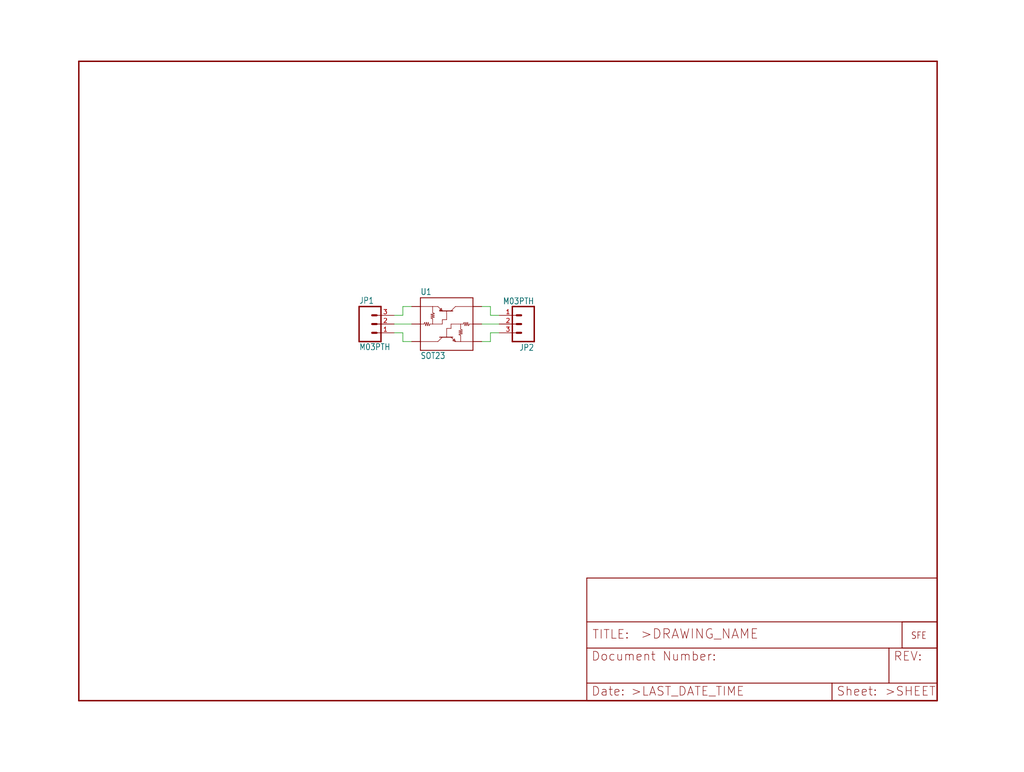
<source format=kicad_sch>
(kicad_sch (version 20211123) (generator eeschema)
  (paper "User" 297.002 223.926)
  (lib_symbols
    (symbol "schematicEagle-eagle-import:FRAME-LETTER"
      (symbol "FRAME-LETTER_1_0"
        (polyline (pts (xy 0 0) (xy 248.92 0)) (stroke (width 0.4064)))
        (polyline (pts (xy 0 185.42) (xy 0 0)) (stroke (width 0.4064)))
        (polyline (pts (xy 0 185.42) (xy 248.92 185.42)) (stroke (width 0.4064)))
        (polyline (pts (xy 248.92 185.42) (xy 248.92 0)) (stroke (width 0.4064)))
      )
      (symbol "FRAME-LETTER_2_0"
        (polyline (pts (xy 0 0) (xy 0 5.08)) (stroke (width 0.254)))
        (polyline (pts (xy 0 0) (xy 71.12 0)) (stroke (width 0.254)))
        (polyline (pts (xy 0 5.08) (xy 0 15.24)) (stroke (width 0.254)))
        (polyline (pts (xy 0 5.08) (xy 71.12 5.08)) (stroke (width 0.254)))
        (polyline (pts (xy 0 15.24) (xy 0 22.86)) (stroke (width 0.254)))
        (polyline (pts (xy 0 22.86) (xy 0 35.56)) (stroke (width 0.254)))
        (polyline (pts (xy 0 22.86) (xy 101.6 22.86)) (stroke (width 0.254)))
        (polyline (pts (xy 71.12 0) (xy 101.6 0)) (stroke (width 0.254)))
        (polyline (pts (xy 71.12 5.08) (xy 71.12 0)) (stroke (width 0.254)))
        (polyline (pts (xy 71.12 5.08) (xy 87.63 5.08)) (stroke (width 0.254)))
        (polyline (pts (xy 87.63 5.08) (xy 101.6 5.08)) (stroke (width 0.254)))
        (polyline (pts (xy 87.63 15.24) (xy 0 15.24)) (stroke (width 0.254)))
        (polyline (pts (xy 87.63 15.24) (xy 87.63 5.08)) (stroke (width 0.254)))
        (polyline (pts (xy 101.6 5.08) (xy 101.6 0)) (stroke (width 0.254)))
        (polyline (pts (xy 101.6 15.24) (xy 87.63 15.24)) (stroke (width 0.254)))
        (polyline (pts (xy 101.6 15.24) (xy 101.6 5.08)) (stroke (width 0.254)))
        (polyline (pts (xy 101.6 22.86) (xy 101.6 15.24)) (stroke (width 0.254)))
        (polyline (pts (xy 101.6 35.56) (xy 0 35.56)) (stroke (width 0.254)))
        (polyline (pts (xy 101.6 35.56) (xy 101.6 22.86)) (stroke (width 0.254)))
        (text ">DRAWING_NAME" (at 15.494 17.78 0) (effects (font (size 2.7432 2.7432)) (justify left bottom)))
        (text ">LAST_DATE_TIME" (at 12.7 1.27 0) (effects (font (size 2.54 2.54)) (justify left bottom)))
        (text ">SHEET" (at 86.36 1.27 0) (effects (font (size 2.54 2.54)) (justify left bottom)))
        (text "Date:" (at 1.27 1.27 0) (effects (font (size 2.54 2.54)) (justify left bottom)))
        (text "Document Number:" (at 1.27 11.43 0) (effects (font (size 2.54 2.54)) (justify left bottom)))
        (text "REV:" (at 88.9 11.43 0) (effects (font (size 2.54 2.54)) (justify left bottom)))
        (text "Sheet:" (at 72.39 1.27 0) (effects (font (size 2.54 2.54)) (justify left bottom)))
        (text "TITLE:" (at 1.524 17.78 0) (effects (font (size 2.54 2.54)) (justify left bottom)))
      )
    )
    (symbol "schematicEagle-eagle-import:LOGO-SFESK"
      (symbol "LOGO-SFESK_1_0"
        (polyline (pts (xy -2.54 -2.54) (xy 7.62 -2.54)) (stroke (width 0.254)))
        (polyline (pts (xy -2.54 5.08) (xy -2.54 -2.54)) (stroke (width 0.254)))
        (polyline (pts (xy 7.62 -2.54) (xy 7.62 5.08)) (stroke (width 0.254)))
        (polyline (pts (xy 7.62 5.08) (xy -2.54 5.08)) (stroke (width 0.254)))
        (text "SFE" (at 0 0 0) (effects (font (size 1.9304 1.6408)) (justify left bottom)))
      )
    )
    (symbol "schematicEagle-eagle-import:M03PTH"
      (property "Reference" "JP" (at -2.54 5.842 0))
      (property "Value" "M03PTH" (at -2.54 -7.62 0))
      (symbol "M03PTH_1_0"
        (polyline (pts (xy -2.54 5.08) (xy -2.54 -5.08)) (stroke (width 0.4064)))
        (polyline (pts (xy -2.54 5.08) (xy 3.81 5.08)) (stroke (width 0.4064)))
        (polyline (pts (xy 1.27 -2.54) (xy 2.54 -2.54)) (stroke (width 0.6096)))
        (polyline (pts (xy 1.27 0) (xy 2.54 0)) (stroke (width 0.6096)))
        (polyline (pts (xy 1.27 2.54) (xy 2.54 2.54)) (stroke (width 0.6096)))
        (polyline (pts (xy 3.81 -5.08) (xy -2.54 -5.08)) (stroke (width 0.4064)))
        (polyline (pts (xy 3.81 -5.08) (xy 3.81 5.08)) (stroke (width 0.4064)))
        (pin passive line (at 7.62 -2.54 180) (length 5.08) (name "1") (number "1"))
        (pin passive line (at 7.62 0 180) (length 5.08) (name "2") (number "2"))
        (pin passive line (at 7.62 2.54 180) (length 5.08) (name "3") (number "3"))
      )
    )
    (symbol "schematicEagle-eagle-import:XN04312SOT"
      (property "Value" "XN04312SOT" (at -7.62 -10.16 0))
      (symbol "XN04312SOT_1_0"
        (polyline (pts (xy -7.62 -7.62) (xy -7.62 -5.08)) (stroke (width 0.254)))
        (polyline (pts (xy -7.62 -5.08) (xy -7.62 5.08)) (stroke (width 0.254)))
        (polyline (pts (xy -7.62 -5.08) (xy -2.54 -5.08)) (stroke (width 0.1524)))
        (polyline (pts (xy -7.62 0) (xy -6.604 0)) (stroke (width 0.1524)))
        (polyline (pts (xy -7.62 5.08) (xy -7.62 7.62)) (stroke (width 0.254)))
        (polyline (pts (xy -7.62 7.62) (xy 7.62 7.62)) (stroke (width 0.254)))
        (polyline (pts (xy -6.604 0) (xy -6.35 0.508)) (stroke (width 0.1524)))
        (polyline (pts (xy -6.35 0.508) (xy -6.096 -0.508)) (stroke (width 0.1524)))
        (polyline (pts (xy -6.096 -0.508) (xy -5.842 0.508)) (stroke (width 0.1524)))
        (polyline (pts (xy -5.842 0.508) (xy -5.588 -0.508)) (stroke (width 0.1524)))
        (polyline (pts (xy -5.588 -0.508) (xy -5.334 0.508)) (stroke (width 0.1524)))
        (polyline (pts (xy -5.334 0.508) (xy -5.08 -0.508)) (stroke (width 0.1524)))
        (polyline (pts (xy -5.08 -0.508) (xy -4.826 0)) (stroke (width 0.1524)))
        (polyline (pts (xy -4.826 0) (xy -4.064 0)) (stroke (width 0.1524)))
        (polyline (pts (xy -4.572 1.778) (xy -4.064 1.524)) (stroke (width 0.1524)))
        (polyline (pts (xy -4.572 2.286) (xy -3.556 2.032)) (stroke (width 0.1524)))
        (polyline (pts (xy -4.572 2.794) (xy -3.556 2.54)) (stroke (width 0.1524)))
        (polyline (pts (xy -4.064 0) (xy -4.064 1.524)) (stroke (width 0.1524)))
        (polyline (pts (xy -4.064 0) (xy -1.27 0)) (stroke (width 0.1524)))
        (polyline (pts (xy -4.064 3.302) (xy -4.064 5.08)) (stroke (width 0.1524)))
        (polyline (pts (xy -4.064 3.302) (xy -3.556 3.048)) (stroke (width 0.1524)))
        (polyline (pts (xy -4.064 5.08) (xy -7.62 5.08)) (stroke (width 0.1524)))
        (polyline (pts (xy -3.556 2.032) (xy -4.572 1.778)) (stroke (width 0.1524)))
        (polyline (pts (xy -3.556 2.54) (xy -4.572 2.286)) (stroke (width 0.1524)))
        (polyline (pts (xy -3.556 3.048) (xy -4.572 2.794)) (stroke (width 0.1524)))
        (polyline (pts (xy -2.54 -5.08) (xy -1.27 -3.81)) (stroke (width 0.1524)))
        (polyline (pts (xy -2.54 5.08) (xy -4.064 5.08)) (stroke (width 0.1524)))
        (polyline (pts (xy -2.032 -3.81) (xy 0 -3.81)) (stroke (width 0.254)))
        (polyline (pts (xy -2.032 4.064) (xy -1.27 3.81)) (stroke (width 0.1524)))
        (polyline (pts (xy -1.524 4.572) (xy -2.032 4.064)) (stroke (width 0.1524)))
        (polyline (pts (xy -1.27 0) (xy -1.27 1.27)) (stroke (width 0.1524)))
        (polyline (pts (xy -1.27 1.27) (xy 0 1.27)) (stroke (width 0.1524)))
        (polyline (pts (xy -1.27 3.81) (xy -2.54 5.08)) (stroke (width 0.1524)))
        (polyline (pts (xy -1.27 3.81) (xy -2.032 3.81)) (stroke (width 0.254)))
        (polyline (pts (xy -1.27 3.81) (xy -1.524 4.572)) (stroke (width 0.1524)))
        (polyline (pts (xy 0 -3.81) (xy 1.27 -3.81)) (stroke (width 0.254)))
        (polyline (pts (xy 0 -1.27) (xy 0 -3.81)) (stroke (width 0.1524)))
        (polyline (pts (xy 0 1.27) (xy 0 3.81)) (stroke (width 0.1524)))
        (polyline (pts (xy 0 3.81) (xy -1.27 3.81)) (stroke (width 0.254)))
        (polyline (pts (xy 1.27 -3.81) (xy 1.778 -3.81)) (stroke (width 0.254)))
        (polyline (pts (xy 1.27 -1.27) (xy 0 -1.27)) (stroke (width 0.1524)))
        (polyline (pts (xy 1.27 0) (xy 1.27 -1.27)) (stroke (width 0.1524)))
        (polyline (pts (xy 1.27 3.81) (xy 0 3.81)) (stroke (width 0.254)))
        (polyline (pts (xy 1.778 -4.826) (xy 2.54 -5.08)) (stroke (width 0.1524)))
        (polyline (pts (xy 1.778 3.81) (xy 1.27 3.81)) (stroke (width 0.254)))
        (polyline (pts (xy 2.286 -4.318) (xy 1.778 -4.826)) (stroke (width 0.1524)))
        (polyline (pts (xy 2.54 -5.08) (xy 1.27 -3.81)) (stroke (width 0.1524)))
        (polyline (pts (xy 2.54 -5.08) (xy 2.286 -4.318)) (stroke (width 0.1524)))
        (polyline (pts (xy 2.54 -5.08) (xy 4.064 -5.08)) (stroke (width 0.1524)))
        (polyline (pts (xy 2.54 5.08) (xy 1.27 3.81)) (stroke (width 0.1524)))
        (polyline (pts (xy 3.556 -3.048) (xy 4.064 -3.302)) (stroke (width 0.1524)))
        (polyline (pts (xy 3.556 -2.54) (xy 4.572 -2.794)) (stroke (width 0.1524)))
        (polyline (pts (xy 3.556 -2.032) (xy 4.572 -2.286)) (stroke (width 0.1524)))
        (polyline (pts (xy 4.064 -5.08) (xy 7.62 -5.08)) (stroke (width 0.1524)))
        (polyline (pts (xy 4.064 -3.302) (xy 4.064 -5.08)) (stroke (width 0.1524)))
        (polyline (pts (xy 4.064 -1.524) (xy 4.572 -1.778)) (stroke (width 0.1524)))
        (polyline (pts (xy 4.064 0) (xy 1.27 0)) (stroke (width 0.1524)))
        (polyline (pts (xy 4.064 0) (xy 4.064 -1.524)) (stroke (width 0.1524)))
        (polyline (pts (xy 4.572 -2.794) (xy 3.556 -3.048)) (stroke (width 0.1524)))
        (polyline (pts (xy 4.572 -2.286) (xy 3.556 -2.54)) (stroke (width 0.1524)))
        (polyline (pts (xy 4.572 -1.778) (xy 3.556 -2.032)) (stroke (width 0.1524)))
        (polyline (pts (xy 4.826 0) (xy 4.064 0)) (stroke (width 0.1524)))
        (polyline (pts (xy 5.08 0.508) (xy 4.826 0)) (stroke (width 0.1524)))
        (polyline (pts (xy 5.334 -0.508) (xy 5.08 0.508)) (stroke (width 0.1524)))
        (polyline (pts (xy 5.588 0.508) (xy 5.334 -0.508)) (stroke (width 0.1524)))
        (polyline (pts (xy 5.842 -0.508) (xy 5.588 0.508)) (stroke (width 0.1524)))
        (polyline (pts (xy 6.096 0.508) (xy 5.842 -0.508)) (stroke (width 0.1524)))
        (polyline (pts (xy 6.35 -0.508) (xy 6.096 0.508)) (stroke (width 0.1524)))
        (polyline (pts (xy 6.604 0) (xy 6.35 -0.508)) (stroke (width 0.1524)))
        (polyline (pts (xy 7.62 -7.62) (xy -7.62 -7.62)) (stroke (width 0.254)))
        (polyline (pts (xy 7.62 -5.08) (xy 7.62 -7.62)) (stroke (width 0.254)))
        (polyline (pts (xy 7.62 0) (xy 6.604 0)) (stroke (width 0.1524)))
        (polyline (pts (xy 7.62 0) (xy 7.62 -5.08)) (stroke (width 0.254)))
        (polyline (pts (xy 7.62 5.08) (xy 2.54 5.08)) (stroke (width 0.1524)))
        (polyline (pts (xy 7.62 5.08) (xy 7.62 0)) (stroke (width 0.254)))
        (polyline (pts (xy 7.62 7.62) (xy 7.62 5.08)) (stroke (width 0.254)))
        (pin bidirectional line (at -10.16 -5.08 0) (length 2.54) (name "C1") (number "1"))
        (pin bidirectional line (at -10.16 0 0) (length 2.54) (name "B2") (number "2"))
        (pin bidirectional line (at -10.16 5.08 0) (length 2.54) (name "E2") (number "3"))
        (pin bidirectional line (at 10.16 5.08 180) (length 2.54) (name "C2") (number "4"))
        (pin bidirectional line (at 10.16 0 180) (length 2.54) (name "B1") (number "5"))
        (pin bidirectional line (at 10.16 -5.08 180) (length 2.54) (name "E1") (number "6"))
      )
    )
  )
  (wire (pts (xy 142.24 99.06) (xy 142.24 96.52)))
  (wire (pts (xy 142.24 96.52) (xy 144.78 96.52)))
  (wire (pts (xy 119.38 93.98) (xy 114.3 93.98)))
  (wire (pts (xy 116.84 88.9) (xy 116.84 91.44)))
  (wire (pts (xy 142.24 91.44) (xy 144.78 91.44)))
  (wire (pts (xy 116.84 96.52) (xy 114.3 96.52)))
  (wire (pts (xy 139.7 93.98) (xy 144.78 93.98)))
  (wire (pts (xy 116.84 99.06) (xy 116.84 96.52)))
  (wire (pts (xy 119.38 88.9) (xy 116.84 88.9)))
  (wire (pts (xy 119.38 99.06) (xy 116.84 99.06)))
  (wire (pts (xy 139.7 99.06) (xy 142.24 99.06)))
  (wire (pts (xy 142.24 88.9) (xy 142.24 91.44)))
  (wire (pts (xy 116.84 91.44) (xy 114.3 91.44)))
  (wire (pts (xy 139.7 88.9) (xy 142.24 88.9)))
  (symbol (lib_id "schematicEagle-eagle-import:FRAME-LETTER") (at 22.86 203.2 0) (unit 1)
    (property "Reference" "#FRAME1" (effects hide))
    (property "Value" "FRAME-LETTER" (effects hide))
    (property "Footprint" "schematicEagle:" (effects hide))
  )
  (symbol (lib_id "schematicEagle-eagle-import:M03PTH") (at 152.4 93.98 180) (unit 1)
    (property "Reference" "JP2" (at 154.94 99.822 0) (effects (font (size 1.778 1.5113)) (justify left bottom)))
    (property "Value" "M03PTH" (at 154.94 86.36 0) (effects (font (size 1.778 1.5113)) (justify left bottom)))
    (property "Footprint" "schematicEagle:1X03" (effects hide))
  )
  (symbol (lib_id "schematicEagle-eagle-import:XN04312SOT") (at 129.54 93.98 0) (unit 1)
    (property "Reference" "U1" (at 121.92 85.598 0) (effects (font (size 1.778 1.5113)) (justify left bottom)))
    (property "Value" "SOT23" (at 121.92 104.14 0) (effects (font (size 1.778 1.5113)) (justify left bottom)))
    (property "Footprint" "schematicEagle:SOT23-6" (effects hide))
  )
  (symbol (lib_id "schematicEagle-eagle-import:FRAME-LETTER") (at 170.18 203.2 0) (unit 2)
    (property "Reference" "#FRAME1" (effects hide))
    (property "Value" "FRAME-LETTER" (effects hide))
    (property "Footprint" "schematicEagle:" (effects hide))
  )
  (symbol (lib_id "schematicEagle-eagle-import:LOGO-SFESK") (at 264.16 185.42 0) (unit 1)
    (property "Reference" "U$1" (effects hide))
    (property "Value" "LOGO-SFESK" (effects hide))
    (property "Footprint" "schematicEagle:SFE-LOGO-FLAME" (effects hide))
  )
  (symbol (lib_id "schematicEagle-eagle-import:M03PTH") (at 106.68 93.98 0) (unit 1)
    (property "Reference" "JP1" (at 104.14 88.138 0) (effects (font (size 1.778 1.5113)) (justify left bottom)))
    (property "Value" "M03PTH" (at 104.14 101.6 0) (effects (font (size 1.778 1.5113)) (justify left bottom)))
    (property "Footprint" "schematicEagle:1X03" (effects hide))
  )
)
</source>
